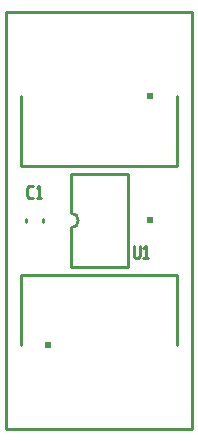
<source format=gbr>
G04 start of page 7 for group -4079 idx -4079 *
G04 Title: (unknown), topsilk *
G04 Creator: pcb 20110918 *
G04 CreationDate: Sat 02 Feb 2013 07:41:18 PM GMT UTC *
G04 For: petersen *
G04 Format: Gerber/RS-274X *
G04 PCB-Dimensions: 63000 140000 *
G04 PCB-Coordinate-Origin: lower left *
%MOIN*%
%FSLAX25Y25*%
%LNTOPSILK*%
%ADD53C,0.0100*%
%ADD52C,0.0001*%
G54D52*G36*
X47500Y112500D02*X49500D01*
Y110500D01*
X47500D01*
Y112500D01*
G37*
G36*
Y71000D02*X49500D01*
Y69000D01*
X47500D01*
Y71000D01*
G37*
G36*
X13500Y29500D02*X15500D01*
Y27500D01*
X13500D01*
Y29500D01*
G37*
G54D53*X500Y139500D02*X62500D01*
Y500D01*
X500D01*
Y139500D01*
X5500Y51800D02*X57500D01*
X5500D02*Y28500D01*
X57500Y51800D02*Y28500D01*
X22000Y54500D02*X41000D01*
Y85500D02*Y54500D01*
X22000Y85500D02*X41000D01*
X22000Y67500D02*Y54500D01*
Y85500D02*Y72500D01*
Y67500D02*G75*G03X22000Y72500I0J2500D01*G01*
X12755Y70393D02*Y69607D01*
X7245Y70393D02*Y69607D01*
X5500Y88200D02*X57500D01*
Y111500D02*Y88200D01*
X5500Y111500D02*Y88200D01*
X43000Y61500D02*Y58000D01*
X43500Y57500D01*
X44500D01*
X45000Y58000D01*
Y61500D02*Y58000D01*
X46200Y60700D02*X47000Y61500D01*
Y57500D01*
X46200D02*X47700D01*
X8093Y77521D02*X9393D01*
X7393Y78221D02*X8093Y77521D01*
X7393Y80821D02*Y78221D01*
Y80821D02*X8093Y81521D01*
X9393D01*
X10593Y80721D02*X11393Y81521D01*
Y77521D01*
X10593D02*X12093D01*
M02*

</source>
